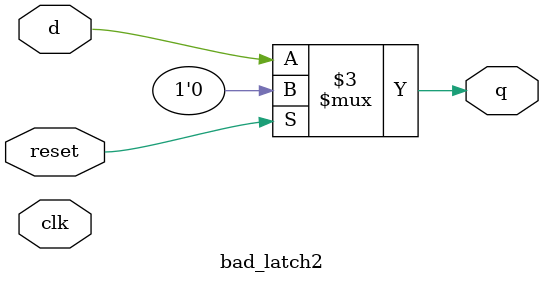
<source format=v>
module bad_latch2 (
	input 		clk , 
	input 		reset , 
	input 		d , 
	output 	reg 	q
);

// here if d changes then output wont change
always @ (clk,reset)
begin
	if(reset)
		q <= 1'b0;
	else 
		q <= d;
end

endmodule

</source>
